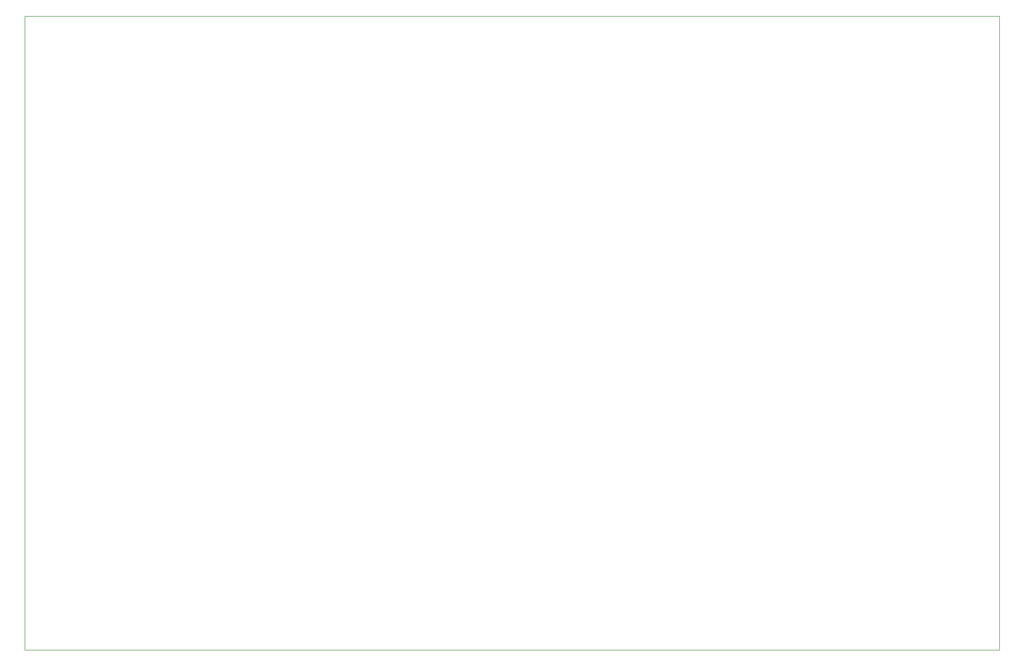
<source format=gbr>
G04 #@! TF.GenerationSoftware,KiCad,Pcbnew,(5.1.4)-1*
G04 #@! TF.CreationDate,2019-11-05T22:12:59+01:00*
G04 #@! TF.ProjectId,tablo,7461626c-6f2e-46b6-9963-61645f706362,rev?*
G04 #@! TF.SameCoordinates,Original*
G04 #@! TF.FileFunction,Profile,NP*
%FSLAX46Y46*%
G04 Gerber Fmt 4.6, Leading zero omitted, Abs format (unit mm)*
G04 Created by KiCad (PCBNEW (5.1.4)-1) date 2019-11-05 22:12:59*
%MOMM*%
%LPD*%
G04 APERTURE LIST*
%ADD10C,0.100000*%
G04 APERTURE END LIST*
D10*
X16510000Y-125730000D02*
X180340000Y-125730000D01*
X16510000Y-19050000D02*
X16510000Y-125730000D01*
X180340000Y-19050000D02*
X16510000Y-19050000D01*
X180340000Y-125730000D02*
X180340000Y-19050000D01*
M02*

</source>
